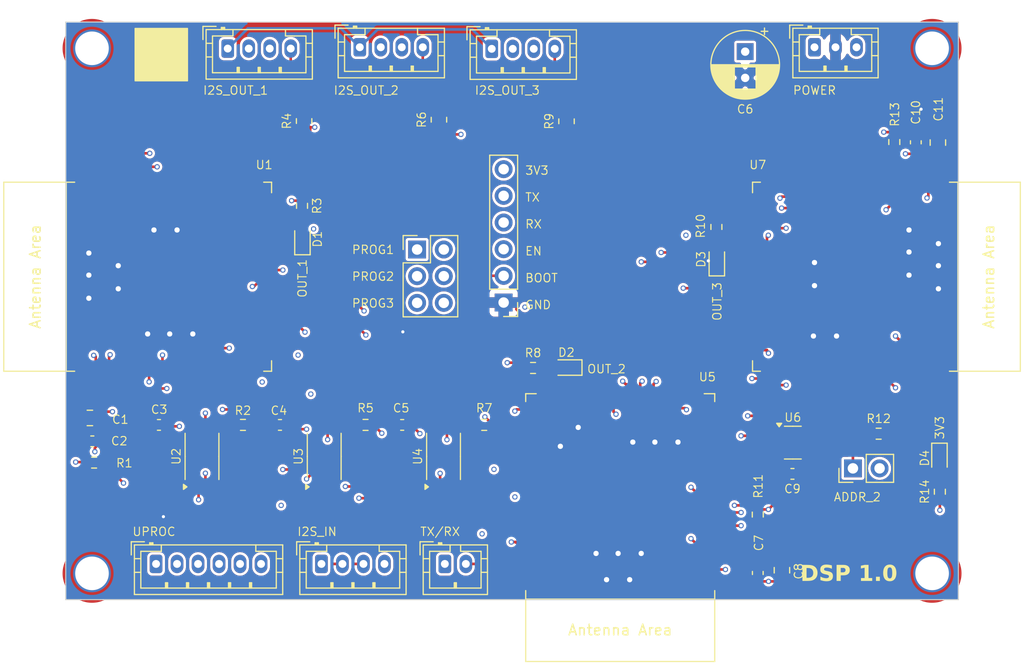
<source format=kicad_pcb>
(kicad_pcb (version 20240108) (generator "pcbnew") (generator_version "8.0")
  (layers (0 "F.Cu" signal) (1 "In1.Cu" signal) (2 "In2.Cu" signal) (31 "B.Cu" signal) (34 "B.Paste" user) (35 "F.Paste" user) (36 "B.SilkS" user "B.Silkscreen") (37 "F.SilkS" user "F.Silkscreen") (38 "B.Mask" user) (39 "F.Mask" user) (44 "Edge.Cuts" user))
  (net 0 "")
  (net 1 "GND")
  (net 2 "3V3")
  (net 3 "5V")
  (net 4 "Net-(D2-A)")
  (net 5 "I2S_IN_LRCLK")
  (net 6 "I2S_IN_DATA")
  (net 7 "I2S_IN_BCLK")
  (net 8 "I2S_OUT_1_DATA")
  (net 9 "I2S_OUT_2_DATA")
  (net 10 "I2S_OUT_3_DATA")
  (net 11 "I2S_IN_MCLK")
  (net 12 "Net-(D4-A)")
  (net 13 "EN1")
  (net 14 "EN")
  (net 15 "TX")
  (net 16 "RX")
  (net 17 "BOOT")
  (net 19 "ADDR")
  (net 20 "SCL")
  (net 21 "SDA")
  (net 22 "PROCESS_1")
  (net 23 "PROCESS_2")
  (net 24 "PROCESS_3")
  (net 25 "Net-(D1-A)")
  (net 26 "Net-(D3-A)")
  (net 45 "EN2")
  (net 46 "EN3")
  (net 47 "Net-(U3-OUT2)")
  (net 53 "Net-(U1-GPIO4{slash}TOUCH4{slash}ADC1_CH3)")
  (net 54 "I2S_BCLK")
  (net 55 "I2S_MCLK")
  (net 56 "I2S_LRCLK")
  (net 57 "I2S_OUT_MCLK")
  (net 60 "I2S_OUT_BCLK")
  (net 61 "I2S_OUT_LRCLK")
  (net 62 "Net-(U4-OUT2)")
  (net 63 "Net-(U2-OUT2)")
  (net 64 "Net-(U5-GPIO4{slash}TOUCH4{slash}ADC1_CH3)")
  (net 65 "Net-(U7-GPIO4{slash}TOUCH4{slash}ADC1_CH3)")
  (footprint "MountingHole:MountingHole_3.2mm_M3_DIN965_Pad_TopOnly" (layer "F.Cu") (at 31.1364 29.765)
    (property "Reference" "H1" (hide yes))
    (property "Value" "MountingHole")
  )
  (footprint "Connector_JST:JST_PH_B6B-PH-K_1x06_P2.00mm_Vertical" (layer "F.Cu") (at 37.2364 78.865)
    (property "Reference" "J1" (hide yes))
    (property "Value" "Conn_01x06_Pin")
  )
  (footprint "MountingHole:MountingHole_3.2mm_M3_DIN965_Pad_TopOnly" (layer "F.Cu") (at 111.1364 29.765)
    (property "Reference" "H3" (hide yes))
    (property "Value" "MountingHole")
  )
  (footprint "Resistor_SMD:R_0603_1608Metric" (layer "F.Cu") (at 90.5964 46.7775 -90)
    (property "Reference" "R10")
    (property "Value" "150R")
  )
  (footprint "Capacitor_SMD:C_0805_2012Metric_Pad1.18x1.45mm_HandSolder" (layer "F.Cu") (at 111.6864 38.74 90)
    (property "Reference" "C11")
    (property "Value" "10u")
  )
  (footprint "Resistor_SMD:R_0805_2012Metric" (layer "F.Cu") (at 64.1739 36.565 90)
    (property "Reference" "R6")
    (property "Value" "22R")
  )
  (footprint "Resistor_SMD:R_0603_1608Metric" (layer "F.Cu") (at 73.1364 60.205)
    (property "Reference" "R8")
    (property "Value" "150R")
  )
  (footprint "PCM_Espressif:ESP32-S3-WROOM-1" (layer "F.Cu") (at 81.4364 72.405 180)
    (property "Reference" "U5")
    (property "Value" "ESP32-S3-WROOM-1")
  )
  (footprint "Resistor_SMD:R_0603_1608Metric" (layer "F.Cu") (at 68.4864 65.6275)
    (property "Reference" "R7")
    (property "Value" "22R")
  )
  (footprint "Resistor_SMD:R_0603_1608Metric" (layer "F.Cu") (at 31.3364 69.215)
    (property "Reference" "R1")
    (property "Value" "4.7K")
  )
  (footprint "MountingHole:MountingHole_3.2mm_M3_DIN965_Pad_TopOnly" (layer "F.Cu") (at 111.1364 79.765)
    (property "Reference" "H4" (hide yes))
    (property "Value" "MountingHole")
  )
  (footprint "Connector_JST:JST_PH_B4B-PH-K_1x04_P2.00mm_Vertical" (layer "F.Cu") (at 69.2031 29.815)
    (property "Reference" "J7" (hide yes))
    (property "Value" "Conn_01x04_Pin")
  )
  (footprint "Resistor_SMD:R_0603_1608Metric" (layer "F.Cu") (at 57.1864 65.6275)
    (property "Reference" "R5")
    (property "Value" "22R")
  )
  (footprint "PCM_Espressif:ESP32-S3-WROOM-1" (layer "F.Cu") (at 103.7864 51.515 -90)
    (property "Reference" "U7")
    (property "Value" "ESP32-S3-WROOM-1")
  )
  (footprint "PCM_Espressif:ESP32-S3-WROOM-1" (layer "F.Cu") (at 38.4864 51.515 90)
    (property "Reference" "U1")
    (property "Value" "ESP32-S3-WROOM-1")
  )
  (footprint "Connector_PinHeader_2.54mm:PinHeader_1x02_P2.54mm_Vertical" (layer "F.Cu") (at 103.5964 69.765 90)
    (property "Reference" "J10" (hide yes))
    (property "Value" "Conn_01x02_Pin")
  )
  (footprint "Resistor_SMD:R_0603_1608Metric" (layer "F.Cu") (at 111.8764 71.99 90)
    (property "Reference" "R14")
    (property "Value" "150R")
  )
  (footprint "Capacitor_SMD:C_0805_2012Metric_Pad1.18x1.45mm_HandSolder" (layer "F.Cu") (at 96.8364 79.465 90)
    (property "Reference" "C8")
    (property "Value" "10u")
  )
  (footprint "Capacitor_SMD:C_0603_1608Metric_Pad1.08x0.95mm_HandSolder" (layer "F.Cu") (at 97.8364 70.29 180)
    (property "Reference" "C9")
    (property "Value" "0.1u")
  )
  (footprint "Capacitor_SMD:C_0603_1608Metric_Pad1.08x0.95mm_HandSolder" (layer "F.Cu") (at 49.0364 65.6275 180)
    (property "Reference" "C4")
    (property "Value" "0.1u")
  )
  (footprint "Connector_JST:JST_PH_B3B-PH-K_1x03_P2.00mm_Vertical" (layer "F.Cu") (at 99.9364 29.665)
    (property "Reference" "J9" (hide yes))
    (property "Value" "Conn_01x03_Pin")
  )
  (footprint "Package_TO_SOT_SMD:SOT-23-6" (layer "F.Cu") (at 97.8739 67.315)
    (property "Reference" "U6")
    (property "Value" "TMP100")
  )
  (footprint "Resistor_SMD:R_0603_1608Metric" (layer "F.Cu") (at 45.5114 65.6275)
    (property "Reference" "R2")
    (property "Value" "22R")
  )
  (footprint "Connector_JST:JST_PH_B4B-PH-K_1x04_P2.00mm_Vertical" (layer "F.Cu") (at 52.9864 78.865)
    (property "Reference" "J3" (hide yes))
    (property "Value" "Conn_01x04_Pin")
  )
  (footprint "Resistor_SMD:R_0603_1608Metric" (layer "F.Cu") (at 107.5364 38.69 -90)
    (property "Reference" "R13")
    (property "Value" "4.7K")
  )
  (footprint "Capacitor_SMD:C_0603_1608Metric_Pad1.08x0.95mm_HandSolder" (layer "F.Cu") (at 31.1664 67.19 180)
    (property "Reference" "C2")
    (property "Value" "0.1u")
  )
  (footprint "MountingHole:MountingHole_3.2mm_M3_DIN965_Pad_TopOnly" (layer "F.Cu") (at 31.1364 79.765)
    (property "Reference" "H2" (hide yes))
    (property "Value" "MountingHole")
  )
  (footprint "Connector_JST:JST_PH_B4B-PH-K_1x04_P2.00mm_Vertical" (layer "F.Cu") (at 56.6364 29.665)
    (property "Reference" "J4" (hide yes))
    (property "Value" "Conn_01x04_Pin")
  )
  (footprint "Connector_PinHeader_2.54mm:PinHeader_2x03_P2.54mm_Vertical" (layer "F.Cu") (at 62.0964 48.925)
    (property "Reference" "J5" (hide yes))
    (property "Value" "Conn_02x03_Odd_Even")
  )
  (footprint "Diode_SMD:D_0603_1608Metric" (layer "F.Cu") (at 111.8364 68.8525 -90)
    (property "Reference" "D4")
    (property "Value" "BLUE")
  )
  (footprint "Connector_PinHeader_2.54mm:PinHeader_1x06_P2.54mm_Vertical" (layer "F.Cu") (at 70.3364 53.975 180)
    (property "Reference" "J8" (hide yes))
    (property "Value" "Conn_01x06_Pin")
  )
  (footprint "Capacitor_THT:CP_Radial_D6.3mm_P2.50mm" (layer "F.Cu") (at 93.3364 30.082621 -90)
    (property "Reference" "C6")
    (property "Value" "220u")
  )
  (footprint "Diode_SMD:D_0603_1608Metric" (layer "F.Cu") (at 76.3114 60.165 180)
    (property "Reference" "D2")
    (property "Value" "BLUE")
  )
  (footprint "Capacitor_SMD:C_0805_2012Metric_Pad1.18x1.45mm_HandSolder" (layer "F.Cu") (at 30.9364 64.965 180)
    (property "Reference" "C1")
    (property "Value" "10u")
  )
  (footprint "Connector_JST:JST_PH_B2B-PH-K_1x02_P2.00mm_Vertical" (layer "F.Cu") (at 64.7364 78.865)
    (property "Reference" "J6" (hide yes))
    (property "Value" "Conn_01x02_Pin")
  )
  (footprint "Capacitor_SMD:C_0603_1608Metric_Pad1.08x0.95mm_HandSolder" (layer "F.Cu") (at 94.5364 79.7275 90)
    (property "Reference" "C7")
    (property "Value" "0.1u")
  )
  (footprint "Capacitor_SMD:C_0603_1608Metric_Pad1.08x0.95mm_HandSolder" (layer "F.Cu") (at 60.6739 65.6275 180)
    (property "Reference" "C5")
    (property "Value" "0.1u")
  )
  (footprint "Resistor_SMD:R_0805_2012Metric" (layer "F.Cu") (at 76.3241 36.715 90)
    (property "Reference" "R9")
    (property "Value" "22R")
  )
  (footprint "Capacitor_SMD:C_0603_1608Metric_Pad1.08x0.95mm_HandSolder" (layer "F.Cu") (at 37.5114 65.6275 180)
    (property "Reference" "C3")
    (property "Value" "0.1u")
  )
  (footprint "Capacitor_SMD:C_0603_1608Metric_Pad1.08x0.95mm_HandSolder" (layer "F.Cu") (at 109.5864 38.715 90)
    (property "Reference" "C10")
    (property "Value" "0.1u")
  )
  (footprint "Package_SO:TSSOP-8_4.4x3mm_P0.65mm" (layer "F.Cu") (at 64.6114 68.6275 90)
    (property "Reference" "U4")
    (property "Value" "PI6CV304")
  )
  (footprint "Diode_SMD:D_0603_1608Metric" (layer "F.Cu") (at 90.6364 49.9525 90)
    (property "Reference" "D3")
    (property "Value" "BLUE")
  )
  (footprint "Package_SO:TSSOP-8_4.4x3mm_P0.65mm" (layer "F.Cu") (at 41.6114 68.6275 90)
    (property "Reference" "U2")
    (property "Value" "PI6CV304")
  )
  (footprint "Diode_SMD:D_0603_1608Metric" (layer "F.Cu") (at 51.1764 47.94 90)
    (property "Reference" "D1")
    (property "Value" "BLUE")
  )
  (footprint "Connector_JST:JST_PH_B4B-PH-K_1x04_P2.00mm_Vertical" (layer "F.Cu") (at 44.0614 29.79)
    (property "Reference" "J2" (hide yes))
    (property "Value" "Conn_01x04_Pin")
  )
  (footprint "Package_SO:TSSOP-8_4.4x3mm_P0.65mm" (layer "F.Cu") (at 53.2489 68.6275 90)
    (property "Reference" "U3")
    (property "Value" "PI6CV304")
  )
  (footprint "Resistor_SMD:R_0603_1608Metric" (layer "F.Cu") (at 106.0464 66.465)
    (property "Reference" "R12")
    (property "Value" "4.7K")
  )
  (footprint "Resistor_SMD:R_0805_2012Metric" (layer "F.Cu") (at 51.3364 36.69 90)
    (property "Reference" "R4")
    (property "Value" "22R")
  )
  (footprint "Resistor_SMD:R_0603_1608Metric" (layer "F.Cu") (at 94.5364 74.165 -90)
    (property "Reference" "R11")
    (property "Value" "4.7K")
  )
  (footprint "Resistor_SMD:R_0603_1608Metric" (layer "F.Cu") (at 51.1364 44.765 -90)
    (property "Reference" "R3")
    (property "Value" "150R")
  )
  (gr_rect (start 35.2364 27.865) (end 40.2364 32.865) (stroke (width 0.1)) (fill solid) (layer "F.SilkS"))
  (gr_line (start 28.6364 72.265) (end 28.6364 27.265) (stroke (width 0.1)) (layer "Edge.Cuts"))
  (gr_line (start 28.6364 82.265) (end 28.6364 72.265) (stroke (width 0.1)) (layer "Edge.Cuts"))
  (gr_line (start 113.6364 82.265) (end 113.6364 27.265) (stroke (width 0.1)) (layer "Edge.Cuts"))
  (gr_line (start 28.6364 27.265) (end 113.6364 27.265) (stroke (width 0.1)) (layer "Edge.Cuts"))
  (gr_line (start 28.6364 82.265) (end 113.6364 82.265) (stroke (width 0.1)) (layer "Edge.Cuts"))
  (gr_text "3V3" (at 112.3364 67.065 90) (layer "F.SilkS") (effects (font (size 0.8 0.8) (thickness 0.1)) (justify left bottom)))
  (gr_text "DSP 1.0" (at 107.8364 80.74 0) (layer "F.SilkS") (effects (font (size 1.5 1.5) (thickness 0.1) (bold yes)) (justify right bottom)))
  (gr_text "I2S_OUT_3" (at 67.5364 34.24 0) (layer "F.SilkS") (effects (font (size 0.8 0.8) (thickness 0.1)) (justify left bottom)))
  (gr_text "I2S_IN" (at 50.6364 76.265 0) (layer "F.SilkS") (effects (font (size 0.8 0.8) (thickness 0.1)) (justify left bottom)))
  (gr_text "ADDR_2" (at 101.7214 72.965 0) (layer "F.SilkS") (effects (font (size 0.8 0.8) (thickness 0.1)) (justify left bottom)))
  (gr_text "3V3\n" (at 72.3364 41.865 0) (layer "F.SilkS") (effects (font (size 0.8 0.8) (thickness 0.1)) (justify left bottom)))
  (gr_text "OUT_2\n" (at 78.2364 60.773 0) (layer "F.SilkS") (effects (font (size 0.8 0.8) (thickness 0.1)) (justify left bottom)))
  (gr_text "PROG3" (at 55.8364 54.515 0) (layer "F.SilkS") (effects (font (size 0.8 0.8) (thickness 0.1)) (justify left bottom)))
  (gr_text "OUT_1" (at 51.6364 53.565 90) (layer "F.SilkS") (effects (font (size 0.8 0.8) (thickness 0.1)) (justify left bottom)))
  (gr_text "EN" (at 72.3364 49.545 0) (layer "F.SilkS") (effects (font (size 0.8 0.8) (thickness 0.1)) (justify left bottom)))
  (gr_text "PROG1\n" (at 55.8364 49.415 0) (layer "F.SilkS") (effects (font (size 0.8 0.8) (thickness 0.1)) (justify left bottom)))
  (gr_text "BOOT\n" (at 72.3364 52.105 0) (layer "F.SilkS") (effects (font (size 0.8 0.8) (thickness 0.1)) (justify left bottom)))
  (gr_text "OUT_3" (at 91.1364 55.765 90) (layer "F.SilkS") (effects (font (size 0.8 0.8) (thickness 0.1)) (justify left bottom)))
  (gr_text "I2S_OUT_1" (at 41.6614 34.24 0) (layer "F.SilkS") (effects (font (size 0.8 0.8) (thickness 0.1)) (justify left bottom)))
  (gr_text "RX" (at 72.3364 46.985 0) (layer "F.SilkS") (effects (font (size 0.8 0.8) (thickness 0.1)) (justify left bottom)))
  (gr_text "PROG2" (at 55.8364 51.965 0) (layer "F.SilkS") (effects (font (size 0.8 0.8) (thickness 0.1)) (justify left bottom)))
  (gr_text "I2S_OUT_2" (at 54.0989 34.24 0) (layer "F.SilkS") (effects (font (size 0.8 0.8) (thickness 0.1)) (justify left bottom)))
  (gr_text "TX/RX" (at 62.3364 76.265 0) (layer "F.SilkS") (effects (font (size 0.8 0.8) (thickness 0.1)) (justify left bottom)))
  (gr_text "UPROC" (at 34.9364 76.265 0) (layer "F.SilkS") (effects (font (size 0.8 0.8) (thickness 0.1)) (justify left bottom)))
  (gr_text "POWER" (at 97.8364 34.24 0) (layer "F.SilkS") (effects (font (size 0.8 0.8) (thickness 0.1)) (justify left bottom)))
  (gr_text "TX\n" (at 72.3364 44.425 0) (layer "F.SilkS") (effects (font (size 0.8 0.8) (thickness 0.1)) (justify left bottom)))
  (gr_text "GND\n" (at 72.3364 54.665 0) (layer "F.SilkS") (effects (font (size 0.8 0.8) (thickness 0.1)) (justify left bottom)))
  (segment (start 112.8368 40.8479) (end 112.0464 41.6383) (width 0.25) (layer "F.Cu") (net 1))
  (segment (start 38.3598 53.015) (end 38.7731 53.015) (width 0.25) (layer "F.Cu") (net 1))
  (segment (start 103.0864 49.0283) (end 103.4997 48.615) (width 0.25) (layer "F.Cu") (net 1))
  (segment (start 65.5864 71.49) (end 65.5864 70.6128) (width 0.25) (layer "F.Cu") (net 1))
  (segment (start 82.9364 72.945) (end 82.9364 73.5183) (width 0.25) (layer "F.Cu") (net 1))
  (segment (start 58.6036 67.1103) (end 59.0582 67.1103) (width 0.25) (layer "F.Cu") (net 1))
  (segment (start 43.3799 70.6965) (end 40.4073 67.724) (width 0.25) (layer "F.Cu") (net 1))
  (segment (start 70.3364 53.965) (end 71.5631 53.965) (width 0.25) (layer "F.Cu") (net 1))
  (segment (start 36.2087 66.0677) (end 30.3039 66.0677) (width 0.25) (layer "F.Cu") (net 1))
  (segment (start 39.3464 51.615) (end 40.1731 51.615) (width 0.25) (layer "F.Cu") (net 1))
  (segment (start 62.0508 67.0772) (end 59.8114 67.0772) (width 0.25) (layer "F.Cu") (net 1))
  (segment (start 42.9881 57.23) (end 47.9864 57.23) (width 0.25) (layer "F.Cu") (net 1))
  (segment (start 47.9864 44.53) (end 46.9856 44.53) (width 0.25) (layer "F.Cu") (net 1))
  (segment (start 104.3264 50.015) (end 105.7264 50.015) (width 0.25) (layer "F.Cu") (net 1))
  (segment (start 30.2264 64.6375) (end 30.2264 60.265) (width 0.25) (layer "F.Cu") (net 1))
  (segment (start 102.9264 48.765) (end 102.9264 49.0283) (width 0.25) (layer "F.Cu") (net 1))
  (segment (start 92.7364 80.665) (end 94.5364 78.865) (width 0.25) (layer "F.Cu") (net 1))
  (segment (start 112.0464 42.765) (end 112.0464 41.6383) (width 0.25) (layer "F.Cu") (net 1))
  (segment (start 110.0855 35.565) (end 109.5864 36.0641) (width 0.25) (layer "F.Cu") (net 1))
  (segment (start 54.7046 71.0093) (end 54.2239 71.49) (width 0.25) (layer "F.Cu") (net 1))
  (segment (start 82.9364 71.545) (end 84.3364 71.545) (width 0.25) (layer "F.Cu") (net 1))
  (segment (start 74.8498 64.0317) (end 74.4514 64.0317) (width 0.25) (layer "F.Cu") (net 1))
  (segment (start 103.9131 48.615) (end 103.4997 48.615) (width 0.25) (layer "F.Cu") (net 1))
  (segment (start 51.1764 48.7275) (end 49.1131 46.6642) (width 0.25) (layer "F.Cu") (net 1))
  (segment (start 40.1731 51.2166) (end 40.1731 51.615) (width 0.25) (layer "F.Cu") (net 1))
  (segment (start 38.7454 67.724) (end 36.6489 65.6275) (width 0.25) (layer "F.Cu") (net 1))
  (segment (start 59.8114 67.0772) (end 59.8114 65.6275) (width 0.25) (layer "F.Cu") (net 1))
  (segment (start 84.3364 71.545) (end 84.3364 72.1183) (width 0.25) (layer "F.Cu") (net 1))
  (segment (start 102.9264 49.0283) (end 103.0864 49.0283) (width 0.25) (layer "F.Cu") (net 1))
  (segment (start 38.3598 53.015) (end 37.9464 53.015) (width 0.25) (layer "F.Cu") (net 1))
  (segment (start 94.5364 78.865) (end 96.3989 78.865) (width 0.25) (layer "F.Cu") (net 1))
  (segment (start 50.7409 67.0457) (end 49.3171 67.0457) (width 0.25) (layer "F.Cu") (net 1))
  (segment (start 36.5464 54.415) (end 34.9497 54.415) (width 0.25) (layer "F.Cu") (net 1))
  (segment (start 104.3264 50.015) (end 104.3264 50.8417) (width 0.25) (layer "F.Cu") (net 1))
  (segment (start 37.9464 51.615) (end 36.5464 51.615) (width 0.25) (layer "F.Cu") (net 1))
  (segment (start 102.9264 50.015) (end 104.3264 50.015) (width 0.25) (layer "F.Cu") (net 1))
  (segment (start 90.1864 80.665) (end 92.7364 80.665) (width 0.25) (layer "F.Cu") (net 1))
  (segment (start 30.2264 60.265) (end 30.2264 59.1383) (width 0.25) (layer "F.Cu") (net 1))
  (segment (start 30.3039 65.37) (end 30.3039 66.0677) (width 0.25) (layer "F.Cu") (net 1))
  (segment (start 102.9264 49.0283) (end 102.9264 49.4417) (width 0.25) (layer "F.Cu") (net 1))
  (segment (start 81.5364 72.945) (end 82.9364 72.945) (width 0.25) (layer "F.Cu") (net 1))
  (segment (start 82.9364 74.345) (end 84.3364 74.345) (width 0.25) (layer "F.Cu") (net 1))
  (segment (start 39.3464 53.015) (end 39.3464 54.415) (width 0.25) (layer "F.Cu") (net 1))
  (segment (start 54.7046 71.0093) (end 58.6036 67.1103) (width 0.25) (layer "F.Cu") (net 1))
  (segment (start 39.3464 52.6016) (end 39.3464 52.1883) (width 0.25) (layer "F.Cu") (net 1))
  (segment (start 102.9264 51.415) (end 104.3264 51.415) (width 0.25) (layer "F.Cu") (net 1))
  (segment (start 37.9464 53.015) (end 36.5464 53.015) (width 0.25) (layer "F.Cu") (net 1))
  (segment (start 54.7046 71.0093) (end 50.7409 67.0457) (width 0.25) (layer "F.Cu") (net 1))
  (segment (start 75.4856 61.7783) (end 74.4514 61.7783) (width 0.25) (layer "F.Cu") (net 1))
  (segment (start 39.1865 52.6016) (end 38.7731 53.015) (width 0.25) (layer "F.Cu") (net 1))
  (segment (start 39.3464 53.015) (end 39.3464 52.6016) (width 0.25) (layer "F.Cu") (net 1))
  (segment (start 71.5631 54.6292) (end 71.5631 53.965) (width 0.25) (layer "F.Cu") (net 1))
  (segment (start 43.3799 70.6965) (end 48.1739 65.9025) (width 0.25) (layer "F.Cu") (net 1))
  (segment (start 38.7731 54.415) (end 39.3464 54.415) (width 0.25) (layer "F.Cu") (net 1))
  (segment (start 105.7264 51.415) (end 105.7264 52.2417) (width 0.25) (layer "F.Cu") (net 1))
  (segment (start 104.3264 51.415) (end 105.7264 51.415) (width 0.25) (layer "F.Cu") (net 1))
  (segment (start 77.0989 60.165) (end 71.5631 54.6292) (width 0.25) (layer "F.Cu") (net 1))
  (segment (start 39.3464 54.415) (end 40.1731 54.415) (width 0.25) (layer "F.Cu") (net 1))
  (segment (start 38.3598 54.415) (end 37.9464 54.415) (width 0.25) (layer "F.Cu") (net 1))
  (segment (start 82.9364 72.945) (end 84.3364 72.945) (width 0.25) (layer "F.Cu") (net 1))
  (segment (start 59.0582 67.1103) (end 59.0913 67.0772) (width 0.25) (layer "F.Cu") (net 1))
  (segment (start 42.5864 71.49) (end 43.3799 70.6965) (width 0.25) (layer "F.Cu") (net 1))
  (segment (start 102.9264 50.015) (end 102.9264 49.4417) (width 0.25) (layer "F.Cu") (net 1))
  (segment (start 82.9364 71.545) (end 81.5364 71.545) (width 0.25) (layer "F.Cu") (net 1))
  (segment (start 84.3364 72.945) (end 84.3364 72.1183) (width 0.25) (layer "F.Cu") (net 1))
  (segment (start 59.0913 67.0772) (end 59.8114 67.0772) (width 0.25) (layer "F.Cu") (net 1))
  (segment (start 90.6364 50.74) (end 93.1597 48.2167) (width 0.25) (layer "F.Cu") (net 1))
  (segment (start 39.3464 51.615) (end 37.9464 51.615) (width 0.25) (layer "F.Cu") (net 1))
  (segment (start 104.3264 51.415) (end 104.3264 50.8417) (width 0.25) (layer "F.Cu") (net 1))
  (segment (start 74.4514 62.905) (end 74.4514 64.0317) (width 0.25) (layer "F.Cu") (net 1))
  (segment (start 82.9364 74.345) (end 82.9364 73.5183) (width 0.25) (layer "F.Cu") (net 1))
  (segment (start 112.8368 39.1763) (end 112.8368 40.8479) (width 0.25) (layer "F.Cu") (net 1))
  (segment (start 77.0989 60.165) (end 75.4856 61.7783) (width 0.25) (layer "F.Cu") (net 1))
  (segment (start 30.3039 66.0677) (end 30.3039 67.19) (width 0.25) (layer "F.Cu") (net 1))
  (segment (start 109.5864 36.0641) (end 109.5864 37.8525) (width 0.25) (layer "F.Cu") (net 1))
  (segment (start 89.7489 80.665) (end 89.0597 80.665) (width 0.25) (layer "F.Cu") (net 1))
  (segment (start 65.5864 70.6128) (end 62.0508 67.0772) (width 0.25) (layer "F.Cu") (net 1))
  (segment (start 40.4073 67.724) (end 38.7454 67.724) (width 0.25) (layer "F.Cu") (net 1))
  (segment (start 38.3598 54.415) (end 38.7731 54.415) (width 0.25) (layer "F.Cu") (net 1))
  (segment (start 74.4514 62.8246) (end 74.4514 61.7783) (width 0.25) (layer "F.Cu") (net 1))
  (segment (start 39.3464 52.6016) (end 39.1865 52.6016) (width 0.25) (layer "F.Cu") (net 1))
  (segment (start 109.5864 37.8525) (end 111.321 37.8525) (width 0.25) (layer "F.Cu") (net 1))
  (segment (start 81.5364 74.345) (end 82.9364 74.345) (width 0.25) (layer "F.Cu") (net 1))
  (segment (start 59.8114 65.6275) (end 62.6143 62.8246) (width 0.25) (layer "F.Cu") (net 1))
  (segment (start 94.2864 45.8) (end 93.1597 45.8) (width 0.25) (layer "F.Cu") (net 1))
  (segment (start 93.1597 48.2167) (end 93.1597 45.8) (width 0.25) (layer "F.Cu") (net 1))
  (segment (start 39.3464 51.615) (end 39.3464 52.1883) (width 0.25) (layer "F.Cu") (net 1))
  (segment (start 49.3171 67.0457) (end 48.1739 65.9025) (width 0.25) (layer "F.Cu") (net 1))
  (segment (start 46.9856 44.53) (end 46.8597 44.53) (width 0.25) (layer "F.Cu") (net 1))
  (segment (start 89.8255 50.0007) (end 90.5648 50.74) (width 0.25) (layer "F.Cu") (net 1))
  (segment (start 47.9864 44.53) (end 49.1131 44.53) (width 0.25) (layer "F.Cu") (net 1))
  (segment (start 49.1131 46.6642) (end 49.1131 44.53) (width 0.25) (layer "F.Cu") (net 1))
  (segment (start 103.9131 48.615) (end 104.3264 48.615) (width 0.25) (layer "F.Cu") (net 1))
  (segment (start 111.513 37.8525) (end 112.8368 39.1763) (width 0.25) (layer "F.Cu") (net 1))
  (segment (start 104.3264 48.615) (end 105.7264 48.615) (width 0.25) (layer "F.Cu") (net 1))
  (segment (start 37.9464 54.415) (end 36.5464 54.415) (width 0.25) (layer "F.Cu") (net 1))
  (segment (start 62.6143 62.8246) (end 74.4514 62.8246) (width 0.25) (layer "F.Cu") (net 1))
  (segment (start 81.5364 71.545) (end 81.5364 70.7183) (width 0.25) (layer "F.Cu") (net 1))
  (segment (start 36.6489 65.6275) (end 36.2087 66.0677) (width 0.25) (layer "F.Cu") (net 1))
  (via (at 38.5364 56.965) (size 1) (drill 0.5) (layers "F.Cu" "B.Cu") (net 1))
  (via (at 82.6364 67.265) (size 1) (drill 0.5) (layers "F.Cu" "B.Cu") (net 1))
  (via (at 37.0364 47.065) (size 1) (drill 0.5) (layers "F.Cu" "B.Cu") (net 1))
  (via (at 86.9364 67.265) (size 1) (drill 0.5) (layers "F.Cu" "B.Cu") (net 1))
  (via (at 82.3364 80.365) (size 1) (drill 0.5) (layers "F.Cu" "B.Cu") (net 1))
  (via (at 89.8255 50.0007) (size 0.5) (drill 0.3) (layers "F.Cu" "B.Cu") (net 1))
  (via (at 60.7364 56.765) (size 0.5) (drill 0.3) (layers "F.Cu" "B.Cu") (net 1))
  (via (at 84.7364 67.265) (size 1) (drill 0.5) (layers "F.Cu" "B.Cu") (net 1))
  (via (at 111.7364 52.665) (size 1) (drill 0.5) (layers "F.Cu" "B.Cu") (net 1))
  (via (at 80.1364 80.365) (size 1) (drill 0.5) (layers "F.Cu" "B.Cu") (net 1))
  (via (at 33.6364 50.465) (size 1) (drill 0.5) (layers "F.Cu" "B.Cu") (net 1))
  (via (at 77.4364 65.865) (size 1) (drill 0.5) (layers "F.Cu" "B.Cu") (net 1))
  (via (at 81.2364 77.865) (size 1) (drill 0.5) (layers "F.Cu" "B.Cu") (net 1))
  (via (at 99.9364 52.365) (size 1) (drill 0.5) (layers "F.Cu" "B.Cu") (net 1))
  (via (at 79.1364 77.865) (size 1) (drill 0.5) (layers "F.Cu" "B.Cu") (net 1))
  (via (at 36.4364 56.965) (size 1) (drill 0.5) (layers "F.Cu" "B.Cu") (net 1))
  (via (at 108.9364 51.365) (size 1) (drill 0.5) (layers "F.Cu" "B.Cu") (net 1))
  (via (at 83.4364 77.865) (size 1) (drill 0.5) (layers "F.Cu" "B.Cu") (net 1))
  (via (at 99.9364 50.165) (size 1) (drill 0.5) (layers "F.Cu" "B.Cu") (net 1))
  (via (at 37.9364 74.365) (size 0.5) (drill 0.3) (layers "F.Cu" "B.Cu") (net 1))
  (via (at 40.7364 56.965) (size 1) (drill 0.5) (layers "F.Cu" "B.Cu") (net 1))
  (via (at 99.8364 57.165) (size 1) (drill 0.5) (layers "F.Cu" "B.Cu") (net 1))
  (via (at 30.8364 49.265) (size 1) (drill 0.5) (layers "F.Cu" "B.Cu") (net 1))
  (via (at 75.7364 67.665) (size 1) (drill 0.5) (layers "F.Cu" "B.Cu") (net 1))
  (via (at 108.9364 49.165) (size 1) (drill 0.5) (layers "F.Cu" "B.Cu") (net 1))
  (via (at 30.8364 53.565) (size 1) (drill 0.5) (layers "F.Cu" "B.Cu") (net 1))
  (via (at 30.8364 51.365) (size 1) (drill 0.5) (layers "F.Cu" "B.Cu") (net 1))
  (via (at 110.0855 35.565) (size 0.5) (drill 0.3) (layers "F.Cu" "B.Cu") (net 1))
  (via (at 39.2364 47.065) (size 1) (drill 0.5) (layers "F.Cu" "B.Cu") (net 1))
  (via (at 33.6364 52.665) (size 1) (drill 0.5) (layers "F.Cu" "B.Cu") (net 1))
  (via (at 111.7364 50.465) (size 1) (drill 0.5) (layers "F.Cu" "B.Cu") (net 1))
  (via (at 108.9364 47.065) (size 1) (drill 0.5) (layers "F.Cu" "B.Cu") (net 1))
  (via (at 102.0364 57.165) (size 1) (drill 0.5) (layers "F.Cu" "B.Cu") (net 1))
  (via (at 111.7364 48.365) (size 1) (drill 0.5) (layers "F.Cu" "B.Cu") (net 1))
  (segment (start 87.1514 62.905) (end 87.1514 64.0317) (width 0.25) (layer "F.Cu") (net 2))
  (segment (start 31.4098 68.176) (end 31.4098 67.8091) (width 0.25) (layer "F.Cu") (net 2))
  (segment (start 51.5687 70.7732) (end 51.9665 70.3754) (width 0.25) (layer "F.Cu") (net 2))
  (segment (start 110.7764 42.765) (end 110.7764 43.8917) (width 0.25) (layer "F.Cu") (net 2))
  (segment (start 31.4306 59.1383) (end 31.4964 59.1383) (width 0.25) (layer "F.Cu") (net 2))
  (segment (start 111.6864 39.7775) (end 109.7864 39.7775) (width 0.25) (layer "F.Cu") (net 2))
  (segment (start 33.086 64.365) (end 32.5739 64.365) (width 0.25) (layer "F.Cu") (net 2))
  (segment (start 98.6989 70.5261) (end 95.5479 73.6771) (width 0.25) (layer "F.Cu") (net 2))
  (segment (start 95.5479 73.6771) (end 94.8735 73.6771) (width 0.25) (layer "F.Cu") (net 2))
  (segment (start 95.5614 80.528) (end 96.8109 80.528) (width 0.25) (layer "F.Cu") (net 2))
  (segment (start 111.8764 73.7489) (end 111.8764 72.815) (width 0.25) (layer "F.Cu") (net 2))
  (segment (start 110.6495 44.0186) (end 110.7764 43.8917) (width 0.25) (layer "F.Cu") (net 2))
  (segment (start 87.5985 64.0317) (end 87.1514 64.0317) (width 0.25) (layer "F.Cu") (net 2))
  (segment (start 95.5614 80.528) (end 94.5984 80.528) (width 0.25) (layer "F.Cu") (net 2))
  (segment (start 94.8735 73.6771) (end 94.5364 73.34) (width 0.25) (layer "F.Cu") (net 2))
  (segment (start 31.4098 67.8091) (end 32.0289 67.19) (width 0.25) (layer "F.Cu") (net 2))
  (segment (start 99.0114 68.265) (end 99.0114 69.9775) (width 0.25) (layer "F.Cu") (net 2))
  (segment (start 91.455 79.395) (end 90.1864 79.395) (width 0.25) (layer "F.Cu") (net 2))
  (segment (start 53.5739 67.0253) (end 53.5739 65.765) (width 0.25) (layer "F.Cu") (net 2))
  (segment (start 51.5687 66.0339) (end 50.3053 66.0339) (width 0.25) (layer "F.Cu") (net 2))
  (segment (start 64.9364 65.765) (end 64.9364 67.033) (width 0.25) (layer "F.Cu") (net 2))
  (segment (start 64.2864 70.2395) (end 64.2864 71.49) (width 0.25) (layer "F.Cu") (net 2))
  (segment (start 52.5995 70.3754) (end 52.9239 70.6998) (width 0.25) (layer "F.Cu") (net 2))
  (segment (start 95.4131 58.6566) (end 95.5548 58.7983) (width 0.25) (layer "F.Cu") (net 2))
  (segment (start 62.3602 66.4513) (end 61.5364 65.6275) (width 0.25) (layer "F.Cu") (net 2))
  (segment (start 94.2864 58.5) (end 95.4131 58.5) (width 0.25) (layer "F.Cu") (net 2))
  (segment (start 50.3053 66.0339) (end 49.8989 65.6275) (width 0.25) (layer "F.Cu") (net 2))
  (segment (start 87.7431 64.1763) (end 87.5985 64.0317) (width 0.25) (layer "F.Cu") (net 2))
  (segment (start 31.2967 59.0044) (end 31.4306 59.1383) (width 0.25) (layer "F.Cu") (net 2))
  (segment (start 32.5739 64.365) (end 31.9739 64.965) (width 0.25) (layer "F.Cu") (net 2))
  (segment (start 31.4964 60.265) (end 31.4964 59.1383) (width 0.25) (layer "F.Cu") (net 2))
  (segment (start 41.2864 72.7525) (end 41.2864 71.49) (width 0.25) (layer "F.Cu") (net 2))
  (segment (start 106.5331 37.7462) (end 107.4176 37.7462) (width 0.25) (layer "F.Cu") (net 2))
  (segment (start 52.9239 70.6998) (end 52.9239 71.49) (width 0.25) (layer "F.Cu") (net 2))
  (segment (start 51.9665 70.3754) (end 52.5995 70.3754) (width 0.25) (layer "F.Cu") (net 2))
  (segment (start 39.4561 65.7644) (end 38.5108 65.7644) (width 0.25) (layer "F.Cu") (net 2))
  (segment (start 108.5977 39.8105) (end 109.3534 39.8105) (width 0.25) (layer "F.Cu") (net 2))
  (segment (start 41.9364 64.5026) (end 41.9364 65.765) (width 0.25) (layer "F.Cu") (net 2))
  (segment (start 29.5815 69.165) (end 30.4614 69.165) (width 0.25) (layer "F.Cu") (net 2))
  (segment (start 95.4131 58.5) (end 95.4131 58.6566) (width 0.25) (layer "F.Cu") (net 2))
  (via (at 110.6495 44.0186) (size 0.5) (drill 0.3) (layers "F.Cu" "B.Cu") (net 2))
  (via (at 106.5331 37.7462) (size 0.5) (drill 0.3) (layers "F.Cu" "B.Cu") (net 2))
  (via (at 41.2864 72.7525) (size 0.5) (drill 0.3) (layers "F.Cu" "B.Cu") (net 2))
  (via (at 95.5479 73.6771) (size 0.5) (drill 0.3) (layers "F.Cu" "B.Cu") (net 2))
  (via (at 95.5614 80.528) (size 0.5) (drill 0.3) (layers "F.Cu" "B.Cu") (net 2))
  (via (at 64.9364 67.033) (size 0.5) (drill 0.3) (layers "F.Cu" "B.Cu") (net 2))
  (via (at 108.5977 39.8105) (size 0.5) (drill 0.3) (layers "F.Cu" "B.Cu") (net 2))
  (via (at 91.455 79.395) (size 0.5) (drill 0.3) (layers "F.Cu" "B.Cu") (net 2))
  (via (at 29.5815 69.165) (size 0.5) (drill 0.3) (layers "F.Cu" "B.Cu") (net 2))
  (via (at 31.4098 68.176) (size 0.5) (drill 0.3) (layers "F.Cu" "B.Cu") (net 2))
  (via (at 41.9364 64.5026) (size 0.5) (drill 0.3) (layers "F.Cu" "B.Cu") (net 2))
  (via (at 62.3602 66.4513) (size 0.5) (drill 0.3) (layers "F.Cu" "B.Cu") (net 2))
  (via (at 95.5548 58.7983) (size 0.5) (drill 0.3) (layers "F.Cu" "B.Cu") (net 2))
  (via (at 39.4561 65.7644) (size 0.5) (drill 0.3) (layers "F.Cu" "B.Cu") (net 2))
  (via (at 33.086 64.365) (size 0.5) (drill 0.3) (layers "F.Cu" "B.Cu") (net 2))
  (via (at 51.5687 70.7732) (size 0.5) (drill 0.3) (layers "F.Cu" "B.Cu") (net 2))
  (via (at 51.5687 66.0339) (size 0.5) (drill 0.3) (layers "F.Cu" "B.Cu") (net 2))
  (via (at 111.8764 73.7489) (size 0.5) (drill 0.3) (layers "F.Cu" "B.Cu") (net 2))
  (via (at 87.7431 64.1763) (size 0.5) (drill 0.3) (layers "F.Cu" "B.Cu") (net 2))
  (via (at 53.5739 67.0253) (size 0.5) (drill 0.3) (layers "F.Cu" "B.Cu") (net 2))
  (via (at 64.2864 70.2395) (size 0.5) (drill 0.3) (layers "F.Cu" "B.Cu") (net 2))
  (via (at 31.2967 59.0044) (size 0.5) (drill 0.3) (layers "F.Cu" "B.Cu") (net 2))
  (segment (start 75.5239 60.165) (end 74.0014 60.165) (width 0.25) (layer "F.Cu") (net 4))
  (segment (start 56.0097 77.8883) (end 56.0097 78.865) (width 0.25) (layer "F.Cu") (net 5))
  (segment (start 56.9864 78.865) (end 56.0097 78.865) (width 0.25) (layer "F.Cu") (net 5))
  (segment (start 52.2739 71.49) (end 52.2739 74.1525) (width 0.25) (layer "F.Cu") (net 5))
  (segment (start 52.2739 74.1525) (end 56.0097 77.8883) (width 0.25) (layer "F.Cu") (net 5))
  (segment (start 84.8586 61.4876) (end 84.6114 61.7348) (width 0.25) (layer "F.Cu") (net 6))
  (segment (start 94.2864 48.34) (end 95.4131 48.34) (width 0.25) (layer "F.Cu") (net 6))
  (segment (start 95.4131 48.34) (end 95.4131 47.6942) (width 0.25) (layer "F.Cu") (net 6))
  (segment (start 54.8401 54.69) (end 57.2151 57.065) (width 0.25) (layer "F.Cu") (net 6))
  (segment (start 95.4131 47.6942) (end 95.5407 47.5666) (width 0.25) (layer "F.Cu") (net 6))
  (segment (start 47.9864 54.69) (end 54.8401 54.69) (width 0.25) (layer "F.Cu") (net 6))
  (segment (start 84.6114 61.7348) (end 84.6114 62.905) (width 0.25) (layer "F.Cu") (net 6))
  (via (at 57.2151 57.065) (size 0.5) (drill 0.3) (layers "F.Cu" "B.Cu") (net 6))
  (via (at 87.6931 47.565) (size 0.5) (drill 0.3) (layers "F.Cu" "B.Cu") (net 6))
  (via (at 84.8586 61.4876) (size 0.5) (drill 0.3) (layers "F.Cu" "B.Cu") (net 6))
  (via (at 95.5407 47.5666) (size 0.5) (drill 0.3) (layers "F.Cu" "B.Cu") (net 6))
  (segment (start 54.0097 77.9626) (end 54.0097 78.865) (width 0.25) (layer "F.Cu") (net 7))
  (segment (start 53.0616 77.0145) (end 54.0097 77.9626) (width 0.25) (layer "F.Cu") (net 7))
  (segment (start 40.6364 71.49) (end 40.6364 73.0796) (width 0.25) (layer "F.Cu") (net 7))
  (segment (start 54.9864 78.865) (end 54.0097 78.865) (width 0.25) (layer "F.Cu") (net 7))
  (segment (start 44.5713 77.0145) (end 53.0616 77.0145) (width 0.25) (layer "F.Cu") (net 7))
  (segment (start 40.6364 73.0796) (end 44.5713 77.0145) (width 0.25) (layer "F.Cu") (net 7))
  (segment (start 50.0614 29.79) (end 50.0614 34.59) (width 0.25) (layer "F.Cu") (net 8))
  (segment (start 50.0614 34.59) (end 51.3364 35.865) (width 0.25) (layer "F.Cu") (net 8))
  (segment (start 62.6364 29.665) (end 62.6364 34.2025) (width 0.25) (layer "F.Cu") (net 9))
  (segment (start 62.6364 34.2025) (end 64.1739 35.74) (width 0.25) (layer "F.Cu") (net 9))
  (segment (start 75.2031 34.769) (end 76.3241 35.89) (width 0.25) (layer "F.Cu") (net 10))
  (segment (start 75.2031 29.815) (end 75.2031 34.769) (width 0.25) (layer "F.Cu") (net 10))
  (segment (start 63.6364 71.49) (end 55.263 71.49) (width 0.25) (layer "F.Cu") (net 11))
  (via (at 55.263 71.49) (size 0.5) (drill 0.3) (layers "F.Cu" "B.Cu") (net 11))
  (segment (start 111.8364 69.64) (end 111.8364 71.125) (width 0.25) (layer "F.Cu") (net 12))
  (segment (start 32.1864 69.215) (end 34.1364 71.165) (width 0.25) (layer "F.Cu") (net 13))
  (segment (start 32.7664 59.0343) (end 32.7664 60.265) (width 0.25) (layer "F.Cu") (net 13))
  (segment (start 32.8607 58.94) (end 32.7664 59.0343) (width 0.25) (layer "F.Cu") (net 13))
  (via (at 32.8607 58.94) (size 0.5) (drill 0.3) (layers "F.Cu" "B.Cu") (net 13))
  (via (at 34.1364 71.165) (size 0.5) (drill 0.3) (layers "F.Cu" "B.Cu") (net 13))
  (segment (start 108.2364 60.265) (end 108.2364 57.7502) (width 0.25) (layer "F.Cu") (net 15))
  (segment (start 71.0686 76.7782) (end 71.4829 76.7782) (width 0.25) (layer "F.Cu") (net 15))
  (segment (start 36.0364 39.765) (end 36.6364 39.765) (width 0.25) (layer "F.Cu") (net 15))
  (segment (start 34.0364 42.765) (end 34.0364 41.765) (width 0.25) (layer "F.Cu") (net 15))
  (segment (start 108.2364 57.7502) (end 107.6512 57.165) (width 0.25) (layer "F.Cu") (net 15))
  (segment (start 72.6864 76.855) (end 71.5597 76.855) (width 0.25) (layer "F.Cu") (net 15))
  (segment (start 71.4829 76.7782) (end 71.5597 76.855) (width 0.25) (layer "F.Cu") (net 15))
  (segment (start 34.0364 41.765) (end 36.0364 39.765) (width 0.25) (layer "F.Cu") (net 15))
  (via (at 71.0686 76.7782) (size 0.5) (drill 0.3) (layers "F.Cu" "B.Cu") (net 15))
  (via (at 107.6512 57.165) (size 0.5) (drill 0.3) (layers "F.Cu" "B.Cu") (net 15))
  (via (at 72.3616 54.4087) (size 0.5) (drill 0.3) (layers "F.Cu" "B.Cu") (net 15))
  (via (at 36.6364 39.765) (size 0.5) (drill 0.3) (layers "F.Cu" "B.Cu") (net 15))
  (segment (start 66.7364 78.865) (end 67.7131 78.865) (width 0.25) (layer "F.Cu") (net 16))
  (segment (start 106.9664 61.4052) (end 106.9664 60.265) (width 0.25) (layer "F.Cu") (net 16))
  (segment (start 35.3064 42.765) (end 35.3064 41.765) (width 0.25) (layer "F.Cu") (net 16))
  (segment (start 67.7131 78.865) (end 70.9931 75.585) (width 0.25) (layer "F.Cu") (net 16))
  (segment (start 70.9931 75.585) (end 72.6864 75.585) (width 0.25) (layer "F.Cu") (net 16))
  (segment (start 36.020523 41.050877) (end 37.339841 41.050877) (width 0.25) (layer "F.Cu") (net 16))
  (segment (start 107.6512 62.09) (end 106.9664 61.4052) (width 0.25) (layer "F.Cu") (net 16))
  (segment (start 35.3064 41.765) (end 36.020523 41.050877) (width 0.25) (layer "F.Cu") (net 16))
  (via (at 107.6512 62.09) (size 0.5) (drill 0.3) (layers "F.Cu" "B.Cu") (net 16))
  (via (at 69.4145 69.8568) (size 0.5) (drill 0.3) (layers "F.Cu" "B.Cu") (net 16))
  (via (at 37.339841 41.050877) (size 0.5) (drill 0.3) (layers "F.Cu" "B.Cu") (net 16))
  (segment (start 72.6864 64.155) (end 71.5597 64.155) (width 0.25) (layer "F.Cu") (net 17))
  (segment (start 46.7364 42.765) (end 60.4497 42.765) (width 0.25) (layer "F.Cu") (net 17))
  (segment (start 71.4022 64.3125) (end 71.5597 64.155) (width 0.25) (layer "F.Cu") (net 17))
  (segment (start 70.3364 51.425) (end 69.1097 51.425) (width 0.25) (layer "F.Cu") (net 17))
  (segment (start 60.4497 42.765) (end 69.1097 51.425) (width 0.25) (layer "F.Cu") (net 17))
  (segment (start 94.5923 61.2091) (end 95.5364 60.265) (width 0.25) (layer "F.Cu") (net 17))
  (segment (start 93.9804 61.2091) (end 94.5923 61.2091) (width 0.25) (layer "F.Cu") (net 17))
  (via (at 51.9717 62.69) (size 0.5) (drill 0.3) (layers "F.Cu" "B.Cu") (net 17))
  (via (at 71.4022 64.3125) (size 0.5) (drill 0.3) (layers "F.Cu" "B.Cu") (net 17))
  (via (at 93.9804 61.2091) (size 0.5) (drill 0.3) (layers "F.Cu" "B.Cu") (net 17))
  (segment (start 94.4607 46.8957) (end 97.2314 46.8957) (width 0.25) (layer "F.Cu") (net 19))
  (segment (start 47.9864 55.96) (end 50.5883 55.96) (width 0.25) (layer "F.Cu") (net 19))
  (segment (start 103.5964 69.765) (end 103.5964 68.09) (width 0.25) (layer "F.Cu") (net 19))
  (segment (start 85.8814 61.7783) (end 93.6633 61.7783) (width 0.25) (layer "F.Cu") (net 19))
  (segment (start 85.8814 62.905) (end 85.8814 61.7783) (width 0.25) (layer "F.Cu") (net 19))
  (segment (start 103.5964 68.09) (end 105.2214 66.465) (width 0.25) (layer "F.Cu") (net 19))
  (segment (start 93.6633 61.7783) (end 93.7208 61.8358) (width 0.25) (layer "F.Cu") (net 19))
  (segment (start 93.7208 61.8358) (end 97.2314 61.8358) (width 0.25) (layer "F.Cu") (net 19))
  (segment (start 50.5883 55.96) (end 51.4204 56.7921) (width 0.25) (layer "F.Cu") (net 19))
  (via (at 52.2364 46.965) (size 0.5) (drill 0.3) (layers "F.Cu" "B.Cu") (net 19))
  (via (at 97.2314 46.8957) (size 0.5) (drill 0.3) (layers "F.Cu" "B.Cu") (net 19))
  (via (at 51.4204 56.7921) (size 0.5) (drill 0.3) (layers "F.Cu" "B.Cu") (net 19))
  (via (at 97.2314 61.8358) (size 0.5) (drill 0.3) (layers "F.Cu" "B.Cu") (net 19))
  (segment (start 92.9444 73.965) (end 91.6631 73.965) (width 0.25) (layer "F.Cu") (net 20))
  (segment (start 90.1864 74.315) (end 91.3131 74.315) (width 0.25) (layer "F.Cu") (net 20))
  (segment (start 95.773901 66.665) (end 92.9444 66.665) (width 0.25) (layer "F.Cu") (net 20))
  (segment (start 96.7364 66.365) (end 96.073901 66.365) (width 0.25) (layer "F.Cu") (net 20))
  (segment (start 105.6964 43.8917) (end 96.7949 43.8917) (width 0.25) (layer "F.Cu") (net 20))
  (segment (start 105.6964 42.765) (end 105.6964 43.8917) (width 0.25) (layer "F.Cu") (net 20))
  (segment (start 96.7949 43.8917) (end 96.6499 44.0367) (width 0.25) (layer "F.Cu") (net 20))
  (segment (start 91.6631 73.965) (end 91.3131 74.315) (width 0.25) (layer "F.Cu") (net 20))
  (segment (start 36.5764 60.265) (end 36.5764 61.5258) (width 0.25) (layer "F.Cu") (net 20))
  (segment (start 96.073901 66.365) (end 95.773901 66.665) (width 0.25) (layer "F.Cu") (net 20))
  (via (at 92.9444 73.965) (size 0.5) (drill 0.3) (layers "F.Cu" "B.Cu") (net 20))
  (via (at 36.5764 61.5258) (size 0.5) (drill 0.3) (layers "F.Cu" "B.Cu") (net 20))
  (via (at 96.6499 44.0367) (size 0.5) (drill 0.3) (layers "F.Cu" "B.Cu") (net 20))
  (via (at 92.9444 66.665) (size 0.5) (drill 0.3) (layers "F.Cu" "B.Cu") (net 20))
  (segment (start 36.072 62.1573) (end 38.2597 62.1573) (width 0.25) (layer "F.Cu") (net 21))
  (segment (start 35.3064 60.265) (end 35.3064 61.3917) (width 0.25) (layer "F.Cu") (net 21))
  (segment (start 91.679 75.2191) (end 91.3131 75.585) (width 0.25) (layer "F.Cu") (net 21))
  (segment (start 92.9444 75.2191) (end 91.679 75.2191) (width 0.25) (layer "F.Cu") (net 21))
  (segment (start 35.3064 61.3917) (end 36.072 62.1573) (width 0.25) (layer "F.Cu") (net 21))
  (segment (start 106.9664 43.8917) (end 105.8773 44.9808) (width 0.25) (layer "F.Cu") (net 21))
  (segment (start 99.0114 66.365) (end 97.4114 64.765) (width 0.25) (layer "F.Cu") (net 21))
  (segment (start 106.9664 42.765) (end 106.9664 43.8917) (width 0.25) (layer "F.Cu") (net 21))
  (segment (start 90.1864 75.585) (end 91.3131 75.585) (width 0.25) (layer "F.Cu") (net 21))
  (segment (start 97.4114 64.765) (end 93.5733 64.765) (width 0.25) (layer "F.Cu") (net 21))
  (segment (start 105.8773 44.9808) (end 96.8008 44.9808) (width 0.25) (layer "F.Cu") (net 21))
  (via (at 93.5733 64.765) (size 0.5) (drill 0.3) (layers "F.Cu" "B.Cu") (net 21))
  (via (at 96.8008 44.9808) (size 0.5) (drill 0.3) (layers "F.Cu" "B.Cu") (net 21))
  (via (at 92.9444 75.2191) (size 0.5) (drill 0.3) (layers "F.Cu" "B.Cu") (net 21))
  (via (at 38.2597 62.1573) (size 0.5) (drill 0.3) (layers "F.Cu" "B.Cu") (net 21))
  (segment (start 37.8464 58.9821) (end 37.8511 58.9774) (width 0.25) (layer "F.Cu") (net 22))
  (segment (start 37.8464 60.265) (end 37.8464 58.9821) (width 0.25) (layer "F.Cu") (net 22))
  (segment (start 50.803 44.2734) (end 50.142 44.2734) (width 0.25) (layer "F.Cu") (net 22))
  (segment (start 51.1364 43.94) (end 50.803 44.2734) (width 0.25) (layer "F.Cu") (net 22))
  (via (at 50.142 44.2734) (size 0.5) (drill 0.3) (layers "F.Cu" "B.Cu") (net 22))
  (via (at 37.8511 58.9774) (size 0.5) (drill 0.3) (layers "F.Cu" "B.Cu") (net 22))
  (via (at 50.7627 58.9774) (size 0.5) (drill 0.3) (layers "F.Cu" "B.Cu") (net 22))
  (segment (start 71.8079 59.7015) (end 72.3114 60.205) (width 0.25) (layer "F.Cu") (net 23))
  (segment (start 70.6788 59.7015) (end 71.8079 59.7015) (width 0.25) (layer "F.Cu") (net 23))
  (segment (start 90.1864 73.045) (end 89.0597 73.045) (width 0.25) (layer "F.Cu") (net 23))
  (segment (start 89.0597 73.045) (end 89.0597 72.4479) (width 0.25) (layer "F.Cu") (net 23))
  (segment (start 89.0597 72.4479) (end 88.1768 71.565) (width 0.25) (layer "F.Cu") (net 23))
  (via (at 71.4071 72.4857) (size 0.5) (drill 0.3) (layers "F.Cu" "B.Cu") (net 23))
  (via (at 88.1768 71.565) (size 0.5) (drill 0.3) (layers "F.Cu" "B.Cu") (net 23))
  (via (at 70.6788 59.7015) (size 0.5) (drill 0.3) (layers "F.Cu" "B.Cu") (net 23))
  (segment (start 94.9106 41.6383) (end 90.5964 45.9525) (width 0.25) (layer "F.Cu") (net 24))
  (segment (start 104.4264 42.765) (end 104.4264 41.6383) (width 0.25) (layer "F.Cu") (net 24))
  (segment (start 104.4264 41.6383) (end 94.9106 41.6383) (width 0.25) (layer "F.Cu") (net 24))
  (segment (start 51.1364 47.1125) (end 51.1364 45.59) (width 0.25) (layer "F.Cu") (net 25))
  (segment (start 90.5964 49.125) (end 90.5964 47.6025) (width 0.25) (layer "F.Cu") (net 26))
  (segment (start 93.651 75.7871) (end 93.651 74.99) (width 0.25) (layer "F.Cu") (net 45))
  (segment (start 93.1955 73.2896) (end 92.3109 73.2896) (width 0.25) (layer "F.Cu") (net 45))
  (segment (start 93.651 73.7451) (end 93.1955 73.2896) (width 0.25) (layer "F.Cu") (net 45))
  (segment (start 93.651 74.99) (end 94.5364 74.99) (width 0.25) (layer "F.Cu") (net 45))
  (segment (start 90.1864 78.125) (end 91.3131 78.125) (width 0.25) (layer "F.Cu") (net 45))
  (segment (start 91.3131 78.125) (end 93.651 75.7871) (width 0.25) (layer "F.Cu") (net 45))
  (segment (start 93.651 74.99) (end 93.651 73.7451) (width 0.25) (layer "F.Cu") (net 45))
  (via (at 92.3109 73.2896) (size 0.5) (drill 0.3) (layers "F.Cu" "B.Cu") (net 45))
  (via (at 49.1486 73.2896) (size 0.5) (drill 0.3) (layers "F.Cu" "B.Cu") (net 45))
  (segment (start 109.5064 42.765) (end 109.5064 43.8917) (width 0.25) (layer "F.Cu") (net 46))
  (segment (start 107.9982 43.8917) (end 106.752 45.1379) (width 0.25) (layer "F.Cu") (net 46))
  (segment (start 107.5364 39.6683) (end 109.5064 41.6383) (width 0.25) (layer "F.Cu") (net 46))
  (segment (start 109.5064 43.8917) (end 107.9982 43.8917) (width 0.25) (layer "F.Cu") (net 46))
  (segment (start 109.5064 42.2016) (end 109.5064 41.6383) (width 0.25) (layer "F.Cu") (net 46))
  (via (at 106.752 45.1379) (size 0.5) (drill 0.3) (layers "F.Cu" "B.Cu") (net 46))
  (segment (start 54.2239 65.765) (end 56.2239 65.765) (width 0.25) (layer "F.Cu") (net 47))
  (segment (start 34.0364 59.1383) (end 34.8599 58.3148) (width 0.25) (layer "F.Cu") (net 53))
  (segment (start 34.8599 58.3148) (end 44.2063 58.3148) (width 0.25) (layer "F.Cu") (net 53))
  (segment (start 52.3458 37.2816) (end 51.5698 37.2816) (width 0.25) (layer "F.Cu") (net 53))
  (segment (start 34.0364 60.265) (end 34.0364 59.1383) (width 0.25) (layer "F.Cu") (net 53))
  (via (at 44.2063 58.3148) (size 0.5) (drill 0.3) (layers "F.Cu" "B.Cu") (net 53))
  (via (at 52.3458 37.2816) (size 0.5) (drill 0.3) (layers "F.Cu" "B.Cu") (net 53))
  (segment (start 46.5606 52.4491) (end 46.4065 52.4491) (width 0.25) (layer "F.Cu") (net 54))
  (segment (start 82.0714 62.905) (end 82.0714 61.7783) (width 0.25) (layer "F.Cu") (net 54))
  (segment (start 91.8025 52.1033) (end 89.8275 52.1033) (width 0.25) (layer "F.Cu") (net 54))
  (segment (start 81.9871 61.7783) (end 81.67 61.4612) (width 0.25) (layer "F.Cu") (net 54))
  (segment (start 87.8239 50.0997) (end 83.4428 50.0997) (width 0.25) (layer "F.Cu") (net 54))
  (segment (start 82.0714 61.7783) (end 81.9871 61.7783) (width 0.25) (layer "F.Cu") (net 54))
  (segment (start 93.0258 50.88) (end 91.8025 52.1033) (width 0.25) (layer "F.Cu") (net 54))
  (segment (start 47.9864 52.15) (end 46.8597 52.15) (width 0.25) (layer "F.Cu") (net 54))
  (segment (start 89.8275 52.1033) (end 87.8239 50.0997) (width 0.25) (layer "F.Cu") (net 54))
  (segment (start 41.9364 71.49) (end 41.9364 70.2292) (width 0.25) (layer "F.Cu") (net 54))
  (segment (start 94.2864 50.88) (end 93.0258 50.88) (width 0.25) (layer "F.Cu") (net 54))
  (segment (start 46.8597 52.15) (end 46.5606 52.4491) (width 0.25) (layer "F.Cu") (net 54))
  (via (at 46.4065 52.4491) (size 0.5) (drill 0.3) (layers "F.Cu" "B.Cu") (net 54))
  (via (at 83.4428 50.0997) (size 0.5) (drill 0.3) (layers "F.Cu" "B.Cu") (net 54))
  (via (at 41.9364 70.2292) (size 0.5) (drill 0.3) (layers "F.Cu" "B.Cu") (net 54))
  (via (at 47.3439 61.5398) (size 0.5) (drill 0.3) (layers "F.Cu" "B.Cu") (net 54))
  (via (at 81.67 61.4612) (size 0.5) (drill 0.3) (layers "F.Cu" "B.Cu") (net 54))
  (segment (start 64.9364 72.3536) (end 64.6854 72.6046) (width 0.25) (layer "F.Cu") (net 55))
  (segment (start 91.1681 51.6016) (end 90.0355 51.6016) (width 0.25) (layer "F.Cu") (net 55))
  (segment (start 94.2864 49.61) (end 93.1597 49.61) (width 0.25) (layer "F.Cu") (net 55))
  (segment (start 47.9864 53.42) (end 55.6914 53.42) (width 0.25) (layer "F.Cu") (net 55))
  (segment (start 93.1597 49.61) (end 91.1681 51.6016) (width 0.25) (layer "F.Cu") (net 55))
  (segment (start 83.3414 62.905) (end 83.3414 61.6404) (width 0.25) (layer "F.Cu") (net 55))
  (segment (start 87.6404 49.2065) (end 85.3323 49.2065) (width 0.25) (layer "F.Cu") (net 55))
  (segment (start 64.9364 71.49) (end 64.9364 72.3536) (width 0.25) (layer "F.Cu") (net 55))
  (segment (start 64.6854 72.6046) (end 56.5574 72.6046) (width 0.25) (layer "F.Cu") (net 55))
  (segment (start 83.3414 61.6404) (end 83.5218 61.46) (width 0.25) (layer "F.Cu") (net 55))
  (segment (start 55.6914 53.42) (end 57.044596 54.773196) (width 0.25) (layer "F.Cu") (net 55))
  (segment (start 90.0355 51.6016) (end 87.6404 49.2065) (width 0.25) (layer "F.Cu") (net 55))
  (via (at 57.044596 54.773196) (size 0.5) (drill 0.3) (layers "F.Cu" "B.Cu") (net 55))
  (via (at 56.5574 72.6046) (size 0.5) (drill 0.3) (layers "F.Cu" "B.Cu") (net 55))
  (via (at 83.5218 61.46) (size 0.5) (drill 0.3) (layers "F.Cu" "B.Cu") (net 55))
  (via (at 85.3323 49.2065) (size 0.5) (drill 0.3) (layers "F.Cu" "B.Cu") (net 55))
  (segment (start 53.5739 71.49) (end 53.5739 70.6264) (width 0.25) (layer "F.Cu") (net 56))
  (segment (start 47.9864 50.88) (end 49.1131 50.88) (width 0.25) (layer "F.Cu") (net 56))
  (segment (start 81.0362 64.61) (end 80.8014 64.3752) (width 0.25) (layer "F.Cu") (net 56))
  (segment (start 94.2864 52.15) (end 92.4655 52.15) (width 0.25) (layer "F.Cu") (net 56))
  (segment (start 92.4655 52.15) (end 92.0089 52.6066) (width 0.25) (layer "F.Cu") (net 56))
  (segment (start 80.8014 64.3752) (end 80.8014 62.905) (width 0.25) (layer "F.Cu") (net 56))
  (segment (start 53.5739 70.6264) (end 52.8212 69.8737) (width 0.25) (layer "F.Cu") (net 56))
  (segment (start 49.1131 50.88) (end 49.3087 50.88) (width 0.25) (layer "F.Cu") (net 56))
  (segment (start 92.0089 52.6066) (end 87.4379 52.6066) (width 0.25) (layer "F.Cu") (net 56))
  (segment (start 52.8212 69.8737) (end 49.3087 69.8737) (width 0.25) (layer "F.Cu") (net 56))
  (via (at 87.4379 52.6066) (size 0.5) (drill 0.3) (layers "F.Cu" "B.Cu") (net 56))
  (via (at 81.0362 64.61) (size 0.5) (drill 0.3) (layers "F.Cu" "B.Cu") (net 56))
  (via (at 49.3087 50.88) (size 0.5) (drill 0.3) (layers "F.Cu" "B.Cu") (net 56))
  (via (at 49.3087 69.8737) (size 0.5) (drill 0.3) (layers "F.Cu" "B.Cu") (net 56))
  (segment (start 69.3114 65.6248) (end 68.5503 64.8637) (width 0.25) (layer "F.Cu") (net 57))
  (via (at 68.5503 64.8637) (size 0.5) (drill 0.3) (layers "F.Cu" "B.Cu") (net 57))
  (segment (start 54.8364 27.865) (end 45.9864 27.865) (width 0.25) (layer "B.Cu") (net 57))
  (segment (start 56.6364 29.665) (end 54.8364 27.865) (width 0.25) (layer "B.Cu") (net 57))
  (segment (start 67.3531 27.965) (end 58.3364 27.965) (width 0.25) (layer "B.Cu") (net 57))
  (segment (start 45.9864 27.865) (end 44.0614 29.79) (width 0.25) (layer "B.Cu") (net 57))
  (segment (start 58.3364 27.965) (end 56.6364 29.665) (width 0.25) (layer "B.Cu") (net 57))
  (segment (start 69.2031 29.815) (end 67.3531 27.965) (width 0.25) (layer "B.Cu") (net 57))
  (segment (start 44.8672 64.1583) (end 43.5663 64.1583) (width 0.25) (layer "F.Cu") (net 60))
  (segment (start 46.3364 65.6275) (end 44.8672 64.1583) (width 0.25) (layer "F.Cu") (net 60))
  (via (at 43.5663 64.1583) (size 0.5) (drill 0.3) (layers "F.Cu" "B.Cu") (net 60))
  (segment (start 58.7329 66.418) (end 58.0114 65.6965) (width 0.25) (layer "F.Cu") (net 61))
  (via (at 58.7329 66.418) (size 0.5) (drill 0.3) (layers "F.Cu" "B.Cu") (net 61))
  (segment (start 65.5864 65.765) (end 67.5239 65.765) (width 0.25) (layer "F.Cu") (net 62))
  (segment (start 42.5864 65.765) (end 44.5489 65.765) (width 0.25) (layer "F.Cu") (net 63))
  (segment (start 90.1864 76.855) (end 88.5773 76.855) (width 0.25) (layer "F.Cu") (net 64))
  (segment (start 64.7489 37.965) (end 64.1739 37.39) (width 0.25) (layer "F.Cu") (net 64))
  (segment (start 88.5773 76.855) (end 88.1768 76.4545) (width 0.25) (layer "F.Cu") (net 64))
  (segment (start 66.2681 37.965) (end 64.7489 37.965) (width 0.25) (layer "F.Cu") (net 64))
  (via (at 66.2681 37.965) (size 0.5) (drill 0.3) (layers "F.Cu" "B.Cu") (net 64))
  (via (at 68.2831 75.9986) (size 0.5) (drill 0.3) (layers "F.Cu" "B.Cu") (net 64))
  (via (at 88.1768 76.4545) (size 0.5) (drill 0.3) (layers "F.Cu" "B.Cu") (net 64))
  (segment (start 80.08787 36.54) (end 80.20787 36.54) (width 0.25) (layer "F.Cu") (net 65))
  (segment (start 85.24787 36.78) (end 85.24787 38.3) (width 0.25) (layer "F.Cu") (net 65))
  (segment (start 81.28787 36.54) (end 81.40787 36.54) (width 0.25) (layer "F.Cu") (net 65))
  (segment (start 79.84787 37.3) (end 79.84787 36.78) (width 0.25) (layer "F.Cu") (net 65))
  (segment (start 76.3241 37.54) (end 79.60787 37.54) (width 0.25) (layer "F.Cu") (net 65))
  (segment (start 89.68787 36.54) (end 89.80787 36.54) (width 0.25) (layer "F.Cu") (net 65))
  (segment (start 83.68787 36.54) (end 83.80787 36.54) (width 0.25) (layer "F.Cu") (net 65))
  (segment (start 86.68787 38.54) (end 86.80787 38.54) (width 0.25) (layer "F.Cu") (net 65))
  (segment (start 81.88787 38.54) (end 82.00787 38.54) (width 0.25) (layer "F.Cu") (net 65))
  (segment (start 88.84787 36.78) (end 88.84787 38.3) (width 0.25) (layer "F.Cu") (net 65))
  (segment (start 83.08787 38.54) (end 83.20787 38.54) (width 0.25) (layer "F.Cu") (net 65))
  (segment (start 104.1381 37.54) (end 108.2364 41.6383) (width 0.25) (layer "F.Cu") (net 65))
  (segment (start 83.44787 38.3) (end 83.44787 36.78) (width 0.25) (layer "F.Cu") (net 65))
  (segment (start 81.04787 38.3) (end 81.04787 36.78) (width 0.25) (layer "F.Cu") (net 65))
  (segment (start 81.64787 36.78) (end 81.64787 38.3) (width 0.25) (layer "F.Cu") (net 65))
  (segment (start 84.28787 38.54) (end 84.40787 38.54) (width 0.25) (layer "F.Cu") (net 65))
  (segment (start 91.00787 37.54) (end 104.1381 37.54) (width 0.25) (layer "F.Cu") (net 65))
  (segment (start 88.48787 36.54) (end 88.60787 36.54) (width 0.25) (layer "F.Cu") (net 65))
  (segment (start 82.48787 36.54) (end 82.60787 36.54) (width 0.25) (layer "F.Cu") (net 65))
  (segment (start 87.64787 36.78) (end 87.64787 38.3) (width 0.25) (layer "F.Cu") (net 65))
  (segment (start 84.04787 36.78) (end 84.04787 38.3) (width 0.25) (layer "F.Cu") (net 65))
  (segment (start 90.88787 37.54) (end 91.00787 37.54) (width 0.25) (layer "F.Cu") (net 65))
  (segment (start 89.44787 38.3) (end 89.44787 36.78) (width 0.25) (layer "F.Cu") (net 65))
  (segment (start 87.88787 38.54) (end 88.00787 38.54) (width 0.25) (layer "F.Cu") (net 65))
  (segment (start 108.2364 41.6383) (end 108.2364 42.765) (width 0.25) (layer "F.Cu") (net 65))
  (segment (start 80.44787 36.78) (end 80.44787 38.3) (width 0.25) (layer "F.Cu") (net 65))
  (segment (start 86.44787 36.78) (end 86.44787 38.3) (width 0.25) (layer "F.Cu") (net 65))
  (segment (start 84.64787 38.3) (end 84.64787 36.78) (width 0.25) (layer "F.Cu") (net 65))
  (segment (start 90.64787 38.3) (end 90.64787 37.78) (width 0.25) (layer "F.Cu") (net 65))
  (segment (start 90.04787 36.78) (end 90.04787 38.3) (width 0.25) (layer "F.Cu") (net 65))
  (segment (start 90.28787 38.54) (end 90.40787 38.54) (width 0.25) (layer "F.Cu") (net 65))
  (segment (start 82.84787 36.78) (end 82.84787 38.3) (width 0.25) (layer "F.Cu") (net 65))
  (segment (start 80.68787 38.54) (end 80.80787 38.54) (width 0.25) (layer "F.Cu") (net 65))
  (segment (start 87.04787 38.3) (end 87.04787 36.78) (width 0.25) (layer "F.Cu") (net 65))
  (segment (start 88.24787 38.3) (end 88.24787 36.78) (width 0.25) (layer "F.Cu") (net 65))
  (segment (start 84.88787 36.54) (end 85.00787 36.54) (width 0.25) (layer "F.Cu") (net 65))
  (segment (start 85.48787 38.54) (end 85.60787 38.54) (width 0.25) (layer "F.Cu") (net 65))
  (segment (start 87.28787 36.54) (end 87.40787 36.54) (width 0.25) (layer "F.Cu") (net 65))
  (segment (start 89.08787 38.54) (end 89.20787 38.54) (width 0.25) (layer "F.Cu") (net 65))
  (segment (start 82.24787 38.3) (end 82.24787 36.78) (width 0.25) (layer "F.Cu") (net 65))
  (segment (start 86.08787 36.54) (end 86.20787 36.54) (width 0.25) (layer "F.Cu") (net 65))
  (segment (start 85.84787 38.3) (end 85.84787 36.78) (width 0.25) (layer "F.Cu") (net 65))
  (arc (start 81.04787 36.78) (mid 81.118164 36.610294) (end 81.28787 36.54) (width 0.25) (layer "F.Cu") (net 65))
  (arc (start 88.24787 36.78) (mid 88.318164 36.610294) (end 88.48787 36.54) (width 0.25) (layer "F.Cu") (net 65))
  (arc (start 86.20787 36.54) (mid 86.377576 36.610294) (end 86.44787 36.78) (width 0.25) (layer "F.Cu") (net 65))
  (arc (start 87.40787 36.54) (mid 87.577576 36.610294) (end 87.64787 36.78) (width 0.25) (layer "F.Cu") (net 65))
  (arc (start 86.44787 38.3) (mid 86.518164 38.469706) (end 86.68787 38.54) (width 0.25) (layer "F.Cu") (net 65))
  (arc (start 89.80787 36.54) (mid 89.977576 36.610294) (end 90.04787 36.78) (width 0.25) (layer "F.Cu") (net 65))
  (arc (start 82.60787 36.54) (mid 82.777576 36.610294) (end 82.84787 36.78) (width 0.25) (layer "F.Cu") (net 65))
  (arc (start 79.60787 37.54) (mid 79.777576 37.469706) (end 79.84787 37.3) (width 0.25) (layer "F.Cu") (net 65))
  (arc (start 84.64787 36.78) (mid 84.718164 36.610294) (end 84.88787 36.54) (width 0.25) (layer "F.Cu") (net 65))
  (arc (start 86.80787 38.54) (mid 86.977576 38.469706) (end 87.04787 38.3) (width 0.25) (layer "F.Cu") (net 65))
  (arc (start 82.00787 38.54) (mid 82.177576 38.469706) (end 82.24787 38.3) (width 0.25) (layer "F.Cu") (net 65))
  (arc (start 80.20787 36.54) (mid 80.377576 36.610294) (end 80.44787 36.78) (width 0.25) (layer "F.Cu") (net 65))
  (arc (start 88.00787 38.54) (mid 88.177576 38.469706) (end 88.24787 38.3) (width 0.25) (layer "F.Cu") (net 65))
  (arc (start 90.40787 38.54) (mid 90.577576 38.469706) (end 90.64787 38.3) (width 0.25) (layer "F.Cu") (net 65))
  (arc (start 87.04787 36.78) (mid 87.118164 36.610294) (end 87.28787 36.54) (width 0.25) (layer "F.Cu") (net 65))
  (arc (start 87.64787 38.3) (mid 87.718164 38.469706) (end 87.88787 38.54) (width 0.25) (layer "F.Cu") (net 65))
  (arc (start 85.84787 36.78) (mid 85.918164 36.610294) (end 86.08787 36.54) (width 0.25) (layer "F.Cu") (net 65))
  (arc (start 83.20787 38.54) (mid 83.377576 38.469706) (end 83.44787 38.3) (width 0.25) (layer "F.Cu") (net 65))
  (arc (start 85.24787 38.3) (mid 85.318164 38.469706) (end 85.48787 38.54) (width 0.25) (layer "F.Cu") (net 65))
  (arc (start 79.84787 36.78) (mid 79.918164 36.610294) (end 80.08787 36.54) (width 0.25) (layer "F.Cu") (net 65))
  (arc (start 89.44787 36.78) (mid 89.518164 36.610294) (end 89.68787 36.54) (width 0.25) (layer "F.Cu") (net 65))
  (arc (start 82.24787 36.78) (mid 82.318164 36.610294) (end 82.48787 36.54) (width 0.25) (layer "F.Cu") (net 65))
  (arc (start 85.60787 38.54) (mid 85.777576 38.469706) (end 85.84787 38.3) (width 0.25) (layer "F.Cu") (net 65))
  (arc (start 84.40787 38.54) (mid 84.577576 38.469706) (end 84.64787 38.3) (width 0.25) (layer "F.Cu") (net 65))
  (arc (start 85.00787 36.54) (mid 85.177576 36.610294) (end 85.24787 36.78) (width 0.25) (layer "F.Cu") (net 65))
  (arc (start 90.04787 38.3) (mid 90.118164 38.469706) (end 90.28787 38.54) (width 0.25) (layer "F.Cu") (net 65))
  (arc (start 81.40787 36.54) (mid 81.577576 36.610294) (end 81.64787 36.78) (width 0.25) (layer "F.Cu") (net 65))
  (arc (start 82.84787 38.3) (mid 82.918164 38.469706) (end 83.08787 38.54) (width 0.25) (layer "F.Cu") (net 65))
  (arc (start 84.04787 38.3) (mid 84.118164 38.469706) (end 84.28787 38.54) (width 0.25) (layer "F.Cu") (net 65))
  (arc (start 88.84787 38.3) (mid 88.918164 38.469706) (end 89.08787 38.54) (width 0.25) (layer "F.Cu") (net 65))
  (arc (start 88.60787 36.54) (mid 88.777576 36.610294) (end 88.84787 36.78) (width 0.25) (layer "F.Cu") (net 65))
  (arc (start 89.20787 38.54) (mid 89.377576 38.469706) (end 89.44787 38.3) (width 0.25) (layer "F.Cu") (net 65))
  (arc (start 83.44787 36.78) (mid 83.518164 36.610294) (end 83.68787 36.54) (width 0.25) (layer "F.Cu") (net 65))
  (arc (start 90.64787 37.78) (mid 90.718164 37.610294) (end 90.88787 37.54) (width 0.25) (layer "F.Cu") (net 65))
  (arc (start 81.64787 38.3) (mid 81.718164 38.469706) (end 81.88787 38.54) (width 0.25) (layer "F.Cu") (net 65))
  (arc (start 83.80787 36.54) (mid 83.977576 36.610294) (end 84.04787 36.78) (width 0.25) (layer "F.Cu") (net 65))
  (arc (start 80.44787 38.3) (mid 80.518164 38.469706) (end 80.68787 38.54) (width 0.25) (layer "F.Cu") (net 65))
  (arc (start 80.80787 38.54) (mid 80.977576 38.469706) (end 81.04787 38.3) (width 0.25) (layer "F.Cu") (net 65))
  (zone (net 1) (net_name "GND") (layers "F.Cu" "In1.Cu" "B.Cu") (connect_pads (clearance 0.25)) (min_thickness 0.25) (fill yes (thermal_gap 0.5) (thermal_bridge_width 1))
    (polygon (pts (xy 27.0364 25.165) (xy 114.4364 25.165) (xy 116.6364 27.365) (xy 116.6364 82.665) (xy 27.7364 82.665) (xy 25.7364 80.665) (xy 25.7364 26.465)))
  )
)
</source>
